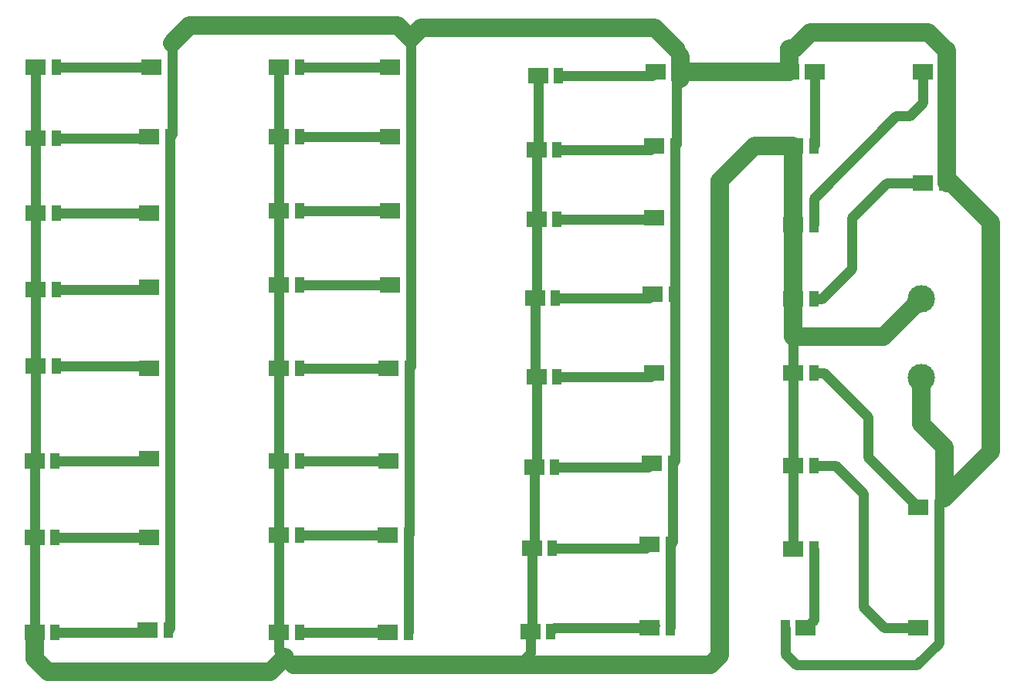
<source format=gbr>
%TF.GenerationSoftware,KiCad,Pcbnew,(6.0.4)*%
%TF.CreationDate,2022-04-24T11:24:29+05:30*%
%TF.ProjectId,_autosave-led_20w,5f617574-6f73-4617-9665-2d6c65645f32,rev?*%
%TF.SameCoordinates,Original*%
%TF.FileFunction,Copper,L1,Top*%
%TF.FilePolarity,Positive*%
%FSLAX46Y46*%
G04 Gerber Fmt 4.6, Leading zero omitted, Abs format (unit mm)*
G04 Created by KiCad (PCBNEW (6.0.4)) date 2022-04-24 11:24:29*
%MOMM*%
%LPD*%
G01*
G04 APERTURE LIST*
%TA.AperFunction,SMDPad,CuDef*%
%ADD10R,1.100000X1.800000*%
%TD*%
%TA.AperFunction,SMDPad,CuDef*%
%ADD11R,2.200000X1.800000*%
%TD*%
%TA.AperFunction,SMDPad,CuDef*%
%ADD12C,3.000000*%
%TD*%
%TA.AperFunction,Conductor*%
%ADD13C,1.063070*%
%TD*%
%TA.AperFunction,Conductor*%
%ADD14C,2.032860*%
%TD*%
G04 APERTURE END LIST*
D10*
%TO.P,LED30,2*%
%TO.N,Net-(LED29-Pad1)*%
X42277000Y-148844000D03*
D11*
%TO.P,LED30,1*%
%TO.N,GND*%
X40037000Y-148844000D03*
%TD*%
D10*
%TO.P,LED40,2*%
%TO.N,Net-(LED39-Pad1)*%
X69074000Y-119888000D03*
D11*
%TO.P,LED40,1*%
%TO.N,GND*%
X66834000Y-119888000D03*
%TD*%
%TO.P,LED43,1*%
%TO.N,Net-(LED43-Pad1)*%
X52864000Y-86868000D03*
D10*
%TO.P,LED43,2*%
%TO.N,+24V*%
X55104000Y-86868000D03*
%TD*%
D11*
%TO.P,LED23,1*%
%TO.N,GND*%
X40164000Y-119634000D03*
D10*
%TO.P,LED23,2*%
%TO.N,Net-(LED22-Pad1)*%
X42404000Y-119634000D03*
%TD*%
D11*
%TO.P,LED46,1*%
%TO.N,Net-(LED46-Pad1)*%
X137446000Y-99568000D03*
D10*
%TO.P,LED46,2*%
%TO.N,+24V*%
X139686000Y-99568000D03*
%TD*%
D11*
%TO.P,LED24,1*%
%TO.N,Net-(LED24-Pad1)*%
X136938000Y-148336000D03*
D10*
%TO.P,LED24,2*%
%TO.N,+24V*%
X139178000Y-148336000D03*
%TD*%
D11*
%TO.P,LED27,1*%
%TO.N,Net-(LED27-Pad1)*%
X107474000Y-148336000D03*
D10*
%TO.P,LED27,2*%
%TO.N,+24V*%
X109714000Y-148336000D03*
%TD*%
%TO.P,LED2,2*%
%TO.N,Net-(LED1-Pad1)*%
X69074000Y-94488000D03*
D11*
%TO.P,LED2,1*%
%TO.N,GND*%
X66834000Y-94488000D03*
%TD*%
D10*
%TO.P,LED17,2*%
%TO.N,+24V*%
X81012000Y-138176000D03*
D11*
%TO.P,LED17,1*%
%TO.N,Net-(LED17-Pad1)*%
X78772000Y-138176000D03*
%TD*%
%TO.P,LED29,1*%
%TO.N,Net-(LED29-Pad1)*%
X52439000Y-148590000D03*
D10*
%TO.P,LED29,2*%
%TO.N,+24V*%
X54679000Y-148590000D03*
%TD*%
D11*
%TO.P,LED48,1*%
%TO.N,GND*%
X123222000Y-112268000D03*
D10*
%TO.P,LED48,2*%
%TO.N,Net-(LED46-Pad1)*%
X125462000Y-112268000D03*
%TD*%
D11*
%TO.P,LED9,1*%
%TO.N,GND*%
X123222000Y-139700000D03*
D10*
%TO.P,LED9,2*%
%TO.N,Net-(LED8-Pad1)*%
X125462000Y-139700000D03*
%TD*%
%TO.P,LED14,2*%
%TO.N,Net-(LED13-Pad1)*%
X97305000Y-95883000D03*
D11*
%TO.P,LED14,1*%
%TO.N,GND*%
X95065000Y-95883000D03*
%TD*%
D12*
%TO.P,GND,1,1*%
%TO.N,GND*%
X137275000Y-112268000D03*
%TD*%
D10*
%TO.P,LED47,2*%
%TO.N,Net-(LED45-Pad1)*%
X97051000Y-130681000D03*
D11*
%TO.P,LED47,1*%
%TO.N,GND*%
X94811000Y-130681000D03*
%TD*%
D12*
%TO.P,+VE,1,1*%
%TO.N,+24V*%
X137275000Y-120904000D03*
%TD*%
D10*
%TO.P,LED55,2*%
%TO.N,+24V*%
X54850000Y-110998000D03*
D11*
%TO.P,LED55,1*%
%TO.N,Net-(LED55-Pad1)*%
X52610000Y-110998000D03*
%TD*%
%TO.P,LED42,1*%
%TO.N,GND*%
X123222000Y-120396000D03*
D10*
%TO.P,LED42,2*%
%TO.N,Net-(LED41-Pad1)*%
X125462000Y-120396000D03*
%TD*%
D11*
%TO.P,LED12,1*%
%TO.N,GND*%
X123222000Y-104140000D03*
D10*
%TO.P,LED12,2*%
%TO.N,Net-(LED11-Pad1)*%
X125462000Y-104140000D03*
%TD*%
%TO.P,LED57,2*%
%TO.N,+24V*%
X81266000Y-110744000D03*
D11*
%TO.P,LED57,1*%
%TO.N,Net-(LED57-Pad1)*%
X79026000Y-110744000D03*
%TD*%
%TO.P,LED5,1*%
%TO.N,Net-(LED5-Pad1)*%
X52610000Y-138430000D03*
D10*
%TO.P,LED5,2*%
%TO.N,+24V*%
X54850000Y-138430000D03*
%TD*%
%TO.P,LED7,2*%
%TO.N,+24V*%
X110393000Y-87376000D03*
D11*
%TO.P,LED7,1*%
%TO.N,Net-(LED10-Pad2)*%
X108153000Y-87376000D03*
%TD*%
D10*
%TO.P,LED37,2*%
%TO.N,Net-(LED36-Pad1)*%
X69074000Y-86868000D03*
D11*
%TO.P,LED37,1*%
%TO.N,GND*%
X66834000Y-86868000D03*
%TD*%
%TO.P,LED19,1*%
%TO.N,GND*%
X66834000Y-138176000D03*
D10*
%TO.P,LED19,2*%
%TO.N,Net-(LED17-Pad1)*%
X69074000Y-138176000D03*
%TD*%
D11*
%TO.P,LED53,1*%
%TO.N,Net-(LED53-Pad1)*%
X52610000Y-129794000D03*
D10*
%TO.P,LED53,2*%
%TO.N,+24V*%
X54850000Y-129794000D03*
%TD*%
D11*
%TO.P,LED22,1*%
%TO.N,Net-(LED22-Pad1)*%
X52610000Y-119888000D03*
D10*
%TO.P,LED22,2*%
%TO.N,+24V*%
X54850000Y-119888000D03*
%TD*%
D11*
%TO.P,LED41,1*%
%TO.N,Net-(LED41-Pad1)*%
X136938000Y-135128000D03*
D10*
%TO.P,LED41,2*%
%TO.N,+24V*%
X139178000Y-135128000D03*
%TD*%
D11*
%TO.P,LED44,1*%
%TO.N,GND*%
X40164000Y-86868000D03*
D10*
%TO.P,LED44,2*%
%TO.N,Net-(LED43-Pad1)*%
X42404000Y-86868000D03*
%TD*%
%TO.P,LED10,2*%
%TO.N,Net-(LED10-Pad2)*%
X97476000Y-87755000D03*
D11*
%TO.P,LED10,1*%
%TO.N,GND*%
X95236000Y-87755000D03*
%TD*%
D10*
%TO.P,LED45,2*%
%TO.N,+24V*%
X109968000Y-130302000D03*
D11*
%TO.P,LED45,1*%
%TO.N,Net-(LED45-Pad1)*%
X107728000Y-130302000D03*
%TD*%
D10*
%TO.P,LED56,2*%
%TO.N,Net-(LED55-Pad1)*%
X42404000Y-111252000D03*
D11*
%TO.P,LED56,1*%
%TO.N,GND*%
X40164000Y-111252000D03*
%TD*%
D10*
%TO.P,LED34,2*%
%TO.N,Net-(LED33-Pad1)*%
X69074000Y-148844000D03*
D11*
%TO.P,LED34,1*%
%TO.N,GND*%
X66834000Y-148844000D03*
%TD*%
D10*
%TO.P,LED51,2*%
%TO.N,Net-(LED49-Pad1)*%
X69074000Y-102616000D03*
D11*
%TO.P,LED51,1*%
%TO.N,GND*%
X66834000Y-102616000D03*
%TD*%
%TO.P,LED21,1*%
%TO.N,Net-(LED21-Pad1)*%
X52610000Y-102870000D03*
D10*
%TO.P,LED21,2*%
%TO.N,+24V*%
X54850000Y-102870000D03*
%TD*%
D11*
%TO.P,LED11,1*%
%TO.N,Net-(LED11-Pad1)*%
X137446000Y-87376000D03*
D10*
%TO.P,LED11,2*%
%TO.N,+24V*%
X139686000Y-87376000D03*
%TD*%
D11*
%TO.P,LED26,1*%
%TO.N,GND*%
X123222000Y-130556000D03*
D10*
%TO.P,LED26,2*%
%TO.N,Net-(LED24-Pad1)*%
X125462000Y-130556000D03*
%TD*%
D11*
%TO.P,LED28,1*%
%TO.N,GND*%
X94386000Y-148715000D03*
D10*
%TO.P,LED28,2*%
%TO.N,Net-(LED27-Pad1)*%
X96626000Y-148715000D03*
%TD*%
D11*
%TO.P,LED8,1*%
%TO.N,Net-(LED8-Pad1)*%
X124575000Y-148336000D03*
D10*
%TO.P,LED8,2*%
%TO.N,+24V*%
X122335000Y-148336000D03*
%TD*%
%TO.P,LED58,2*%
%TO.N,Net-(LED57-Pad1)*%
X69074000Y-110744000D03*
D11*
%TO.P,LED58,1*%
%TO.N,GND*%
X66834000Y-110744000D03*
%TD*%
%TO.P,LED59,1*%
%TO.N,Net-(LED59-Pad1)*%
X107474000Y-139192000D03*
D10*
%TO.P,LED59,2*%
%TO.N,+24V*%
X109714000Y-139192000D03*
%TD*%
%TO.P,LED20,2*%
%TO.N,Net-(LED18-Pad1)*%
X97305000Y-120775000D03*
D11*
%TO.P,LED20,1*%
%TO.N,GND*%
X95065000Y-120775000D03*
%TD*%
%TO.P,LED3,1*%
%TO.N,Net-(LED3-Pad1)*%
X78855000Y-130048000D03*
D10*
%TO.P,LED3,2*%
%TO.N,+24V*%
X81095000Y-130048000D03*
%TD*%
D11*
%TO.P,LED39,1*%
%TO.N,Net-(LED39-Pad1)*%
X78855000Y-119888000D03*
D10*
%TO.P,LED39,2*%
%TO.N,+24V*%
X81095000Y-119888000D03*
%TD*%
D11*
%TO.P,LED54,1*%
%TO.N,GND*%
X40037000Y-130048000D03*
D10*
%TO.P,LED54,2*%
%TO.N,Net-(LED53-Pad1)*%
X42277000Y-130048000D03*
%TD*%
%TO.P,LED33,2*%
%TO.N,+24V*%
X81012000Y-148844000D03*
D11*
%TO.P,LED33,1*%
%TO.N,Net-(LED33-Pad1)*%
X78772000Y-148844000D03*
%TD*%
%TO.P,LED52,1*%
%TO.N,GND*%
X123222000Y-95504000D03*
D10*
%TO.P,LED52,2*%
%TO.N,Net-(LED50-Pad1)*%
X125462000Y-95504000D03*
%TD*%
%TO.P,LED32,2*%
%TO.N,Net-(LED31-Pad1)*%
X97305000Y-103503000D03*
D11*
%TO.P,LED32,1*%
%TO.N,GND*%
X95065000Y-103503000D03*
%TD*%
%TO.P,LED38,1*%
%TO.N,GND*%
X94894000Y-112139000D03*
D10*
%TO.P,LED38,2*%
%TO.N,Net-(LED35-Pad1)*%
X97134000Y-112139000D03*
%TD*%
%TO.P,LED49,2*%
%TO.N,+24V*%
X81266000Y-102616000D03*
D11*
%TO.P,LED49,1*%
%TO.N,Net-(LED49-Pad1)*%
X79026000Y-102616000D03*
%TD*%
%TO.P,LED60,1*%
%TO.N,GND*%
X94557000Y-139571000D03*
D10*
%TO.P,LED60,2*%
%TO.N,Net-(LED59-Pad1)*%
X96797000Y-139571000D03*
%TD*%
%TO.P,LED1,2*%
%TO.N,+24V*%
X81266000Y-94488000D03*
D11*
%TO.P,LED1,1*%
%TO.N,Net-(LED1-Pad1)*%
X79026000Y-94488000D03*
%TD*%
D10*
%TO.P,LED6,2*%
%TO.N,Net-(LED5-Pad1)*%
X42277000Y-138430000D03*
D11*
%TO.P,LED6,1*%
%TO.N,GND*%
X40037000Y-138430000D03*
%TD*%
%TO.P,LED15,1*%
%TO.N,Net-(LED15-Pad1)*%
X52610000Y-94488000D03*
D10*
%TO.P,LED15,2*%
%TO.N,+24V*%
X54850000Y-94488000D03*
%TD*%
%TO.P,LED18,2*%
%TO.N,+24V*%
X110222000Y-120396000D03*
D11*
%TO.P,LED18,1*%
%TO.N,Net-(LED18-Pad1)*%
X107982000Y-120396000D03*
%TD*%
%TO.P,LED25,1*%
%TO.N,GND*%
X40164000Y-102870000D03*
D10*
%TO.P,LED25,2*%
%TO.N,Net-(LED21-Pad1)*%
X42404000Y-102870000D03*
%TD*%
D11*
%TO.P,LED36,1*%
%TO.N,Net-(LED36-Pad1)*%
X79026000Y-86868000D03*
D10*
%TO.P,LED36,2*%
%TO.N,+24V*%
X81266000Y-86868000D03*
%TD*%
%TO.P,LED31,2*%
%TO.N,+24V*%
X110222000Y-103378000D03*
D11*
%TO.P,LED31,1*%
%TO.N,Net-(LED31-Pad1)*%
X107982000Y-103378000D03*
%TD*%
D10*
%TO.P,LED35,2*%
%TO.N,+24V*%
X110051000Y-111760000D03*
D11*
%TO.P,LED35,1*%
%TO.N,Net-(LED35-Pad1)*%
X107811000Y-111760000D03*
%TD*%
D10*
%TO.P,LED4,2*%
%TO.N,Net-(LED3-Pad1)*%
X69074000Y-130048000D03*
D11*
%TO.P,LED4,1*%
%TO.N,GND*%
X66834000Y-130048000D03*
%TD*%
D10*
%TO.P,LED13,2*%
%TO.N,+24V*%
X110222000Y-95504000D03*
D11*
%TO.P,LED13,1*%
%TO.N,Net-(LED13-Pad1)*%
X107982000Y-95504000D03*
%TD*%
D10*
%TO.P,LED16,2*%
%TO.N,Net-(LED15-Pad1)*%
X42404000Y-94615000D03*
D11*
%TO.P,LED16,1*%
%TO.N,GND*%
X40164000Y-94615000D03*
%TD*%
%TO.P,LED50,1*%
%TO.N,Net-(LED50-Pad1)*%
X125591000Y-87376000D03*
D10*
%TO.P,LED50,2*%
%TO.N,+24V*%
X123351000Y-87376000D03*
%TD*%
D13*
%TO.N,+24V*%
X122289000Y-87376000D02*
X122797000Y-87376000D01*
D14*
X122289000Y-87376000D02*
X115431000Y-87376000D01*
X110880000Y-87376000D02*
X115918000Y-87376000D01*
D13*
%TO.N,GND*%
X123222000Y-116415000D02*
X123222000Y-120396000D01*
D14*
X123222000Y-112268000D02*
X123222000Y-116415000D01*
X123222000Y-116415000D02*
X133128000Y-116415000D01*
X133128000Y-116415000D02*
X137275000Y-112268000D01*
%TO.N,+24V*%
X81266000Y-83691000D02*
X82407000Y-82550000D01*
X82407000Y-82550000D02*
X108065000Y-82550000D01*
X110859000Y-85619000D02*
X110859000Y-88117000D01*
X108065000Y-82550000D02*
X110393000Y-84878000D01*
X144895000Y-103886000D02*
X140323000Y-99314000D01*
X144895000Y-104140000D02*
X144895000Y-103886000D01*
X139815000Y-134112000D02*
X144895000Y-129032000D01*
X144895000Y-129032000D02*
X144895000Y-104140000D01*
%TO.N,GND*%
X123222000Y-95504000D02*
X118987000Y-95504000D01*
X118987000Y-95504000D02*
X115177000Y-99314000D01*
X114161000Y-152400000D02*
X93079000Y-152400000D01*
X115177000Y-99314000D02*
X115177000Y-151384000D01*
X115177000Y-151384000D02*
X114161000Y-152400000D01*
D13*
%TO.N,+24V*%
X55104000Y-86868000D02*
X55104000Y-84203000D01*
D14*
X55104000Y-84203000D02*
X57011000Y-82296000D01*
X57011000Y-82296000D02*
X79871000Y-82296000D01*
X79871000Y-82296000D02*
X81266000Y-83691000D01*
D13*
X81266000Y-83691000D02*
X81266000Y-86868000D01*
D14*
%TO.N,GND*%
X40037000Y-151682000D02*
X41517000Y-153162000D01*
D13*
X67544965Y-151518035D02*
X68426930Y-152400000D01*
D14*
X40037000Y-148844000D02*
X40037000Y-151682000D01*
D13*
X66834000Y-150807070D02*
X67544965Y-151518035D01*
D14*
X41517000Y-153162000D02*
X65901000Y-153162000D01*
X65901000Y-153162000D02*
X67544965Y-151518035D01*
D13*
%TO.N,Net-(LED59-Pad1)*%
X96797000Y-139571000D02*
X107095000Y-139571000D01*
X107095000Y-139571000D02*
X107474000Y-139192000D01*
%TO.N,Net-(LED45-Pad1)*%
X97051000Y-130681000D02*
X107349000Y-130681000D01*
X107349000Y-130681000D02*
X107728000Y-130302000D01*
%TO.N,Net-(LED18-Pad1)*%
X97305000Y-120775000D02*
X107603000Y-120775000D01*
X107603000Y-120775000D02*
X107982000Y-120396000D01*
%TO.N,Net-(LED35-Pad1)*%
X97134000Y-112139000D02*
X107432000Y-112139000D01*
X107432000Y-112139000D02*
X107811000Y-111760000D01*
%TO.N,Net-(LED31-Pad1)*%
X97305000Y-103503000D02*
X107857000Y-103503000D01*
X107857000Y-103503000D02*
X107982000Y-103378000D01*
%TO.N,Net-(LED13-Pad1)*%
X97305000Y-95883000D02*
X107603000Y-95883000D01*
X107603000Y-95883000D02*
X107982000Y-95504000D01*
%TO.N,Net-(LED10-Pad2)*%
X97476000Y-87755000D02*
X107774000Y-87755000D01*
X107774000Y-87755000D02*
X108153000Y-87376000D01*
%TO.N,Net-(LED33-Pad1)*%
X69074000Y-148844000D02*
X78772000Y-148844000D01*
%TO.N,Net-(LED17-Pad1)*%
X69074000Y-138176000D02*
X78772000Y-138176000D01*
%TO.N,Net-(LED3-Pad1)*%
X78855000Y-130048000D02*
X69074000Y-130048000D01*
%TO.N,Net-(LED39-Pad1)*%
X69074000Y-119888000D02*
X78855000Y-119888000D01*
%TO.N,Net-(LED57-Pad1)*%
X69074000Y-110744000D02*
X79026000Y-110744000D01*
%TO.N,Net-(LED49-Pad1)*%
X69074000Y-102616000D02*
X79026000Y-102616000D01*
%TO.N,Net-(LED1-Pad1)*%
X79026000Y-94488000D02*
X69074000Y-94488000D01*
%TO.N,Net-(LED36-Pad1)*%
X69074000Y-86868000D02*
X79026000Y-86868000D01*
%TO.N,Net-(LED27-Pad1)*%
X107474000Y-148336000D02*
X97005000Y-148336000D01*
X97005000Y-148336000D02*
X96626000Y-148715000D01*
D14*
%TO.N,GND*%
X68426930Y-152400000D02*
X93079000Y-152400000D01*
D13*
X93079000Y-152400000D02*
X94386000Y-151093000D01*
X66834000Y-148844000D02*
X66834000Y-150807070D01*
X94386000Y-151093000D02*
X94386000Y-148715000D01*
%TO.N,Net-(LED11-Pad1)*%
X125462000Y-104140000D02*
X125462000Y-101221000D01*
X125462000Y-101221000D02*
X134481000Y-92202000D01*
X134481000Y-92202000D02*
X136005000Y-92202000D01*
X136005000Y-92202000D02*
X137446000Y-90761000D01*
X137446000Y-90761000D02*
X137446000Y-87376000D01*
D14*
%TO.N,+24V*%
X125083000Y-83058000D02*
X138037000Y-83058000D01*
X138037000Y-83058000D02*
X139815000Y-84836000D01*
X122797000Y-87376000D02*
X122797000Y-84790000D01*
X123351000Y-84790000D02*
X125083000Y-83058000D01*
D13*
X139815000Y-84836000D02*
X139686000Y-84965000D01*
D14*
X140069000Y-84965000D02*
X140069000Y-87376000D01*
X140069000Y-87376000D02*
X140069000Y-99568000D01*
D13*
%TO.N,Net-(LED46-Pad1)*%
X137446000Y-99568000D02*
X133465000Y-99568000D01*
X133465000Y-99568000D02*
X129655000Y-103378000D01*
X129655000Y-108966000D02*
X126353000Y-112268000D01*
X129655000Y-103378000D02*
X129655000Y-108966000D01*
X126353000Y-112268000D02*
X125462000Y-112268000D01*
%TO.N,Net-(LED41-Pad1)*%
X125462000Y-120396000D02*
X126607000Y-120396000D01*
X126607000Y-120396000D02*
X131433000Y-125222000D01*
X131433000Y-125222000D02*
X131433000Y-129623000D01*
X131433000Y-129623000D02*
X136938000Y-135128000D01*
%TO.N,+24V*%
X122335000Y-148336000D02*
X122335000Y-151176000D01*
X122335000Y-151176000D02*
X123559000Y-152400000D01*
X123559000Y-152400000D02*
X136767000Y-152400000D01*
X136767000Y-152400000D02*
X139178000Y-149989000D01*
X139178000Y-149989000D02*
X139178000Y-148336000D01*
D14*
X139307000Y-128016000D02*
X139815000Y-128524000D01*
X137275000Y-120904000D02*
X137275000Y-125984000D01*
X139815000Y-128524000D02*
X139815000Y-134112000D01*
X137275000Y-125984000D02*
X139307000Y-128016000D01*
D13*
X139178000Y-135128000D02*
X139178000Y-148336000D01*
%TO.N,Net-(LED24-Pad1)*%
X125462000Y-130556000D02*
X127877000Y-130556000D01*
X127877000Y-130556000D02*
X130925000Y-133604000D01*
X130925000Y-133604000D02*
X130925000Y-146050000D01*
X130925000Y-146050000D02*
X133211000Y-148336000D01*
X133211000Y-148336000D02*
X136938000Y-148336000D01*
%TO.N,Net-(LED8-Pad1)*%
X125462000Y-139700000D02*
X125462000Y-147449000D01*
X125462000Y-147449000D02*
X124575000Y-148336000D01*
%TO.N,GND*%
X123222000Y-130556000D02*
X123222000Y-139700000D01*
X123222000Y-120396000D02*
X123222000Y-130556000D01*
D14*
X123222000Y-104140000D02*
X123222000Y-112268000D01*
X123222000Y-95504000D02*
X123222000Y-104140000D01*
D13*
%TO.N,Net-(LED50-Pad1)*%
X125591000Y-87376000D02*
X125591000Y-95375000D01*
X125591000Y-95375000D02*
X125462000Y-95504000D01*
%TO.N,+24V*%
X109714000Y-139192000D02*
X109714000Y-148336000D01*
X109968000Y-130302000D02*
X109968000Y-138938000D01*
X109968000Y-138938000D02*
X109714000Y-139192000D01*
X110222000Y-120396000D02*
X110222000Y-130048000D01*
X110222000Y-130048000D02*
X109968000Y-130302000D01*
X110222000Y-111589000D02*
X110222000Y-120396000D01*
X110222000Y-103378000D02*
X110222000Y-111589000D01*
X110222000Y-111589000D02*
X110051000Y-111760000D01*
X110222000Y-95504000D02*
X110222000Y-103378000D01*
X110393000Y-87376000D02*
X110393000Y-95333000D01*
X110393000Y-95333000D02*
X110222000Y-95504000D01*
%TO.N,GND*%
X94557000Y-139571000D02*
X94557000Y-148544000D01*
X94557000Y-148544000D02*
X94386000Y-148715000D01*
X94811000Y-130681000D02*
X94811000Y-139317000D01*
X94811000Y-139317000D02*
X94557000Y-139571000D01*
X95065000Y-120775000D02*
X95065000Y-130427000D01*
X95065000Y-130427000D02*
X94811000Y-130681000D01*
X94894000Y-112139000D02*
X94894000Y-120604000D01*
X94894000Y-120604000D02*
X95065000Y-120775000D01*
X95065000Y-103503000D02*
X95065000Y-111968000D01*
X95065000Y-111968000D02*
X94894000Y-112139000D01*
X95065000Y-95883000D02*
X95065000Y-103503000D01*
X95236000Y-87755000D02*
X95236000Y-95712000D01*
X95236000Y-95712000D02*
X95065000Y-95883000D01*
%TO.N,+24V*%
X81012000Y-138176000D02*
X81012000Y-148844000D01*
X81095000Y-130048000D02*
X81095000Y-138093000D01*
X81095000Y-138093000D02*
X81012000Y-138176000D01*
X81095000Y-119888000D02*
X81095000Y-130048000D01*
X81266000Y-110744000D02*
X81266000Y-119717000D01*
X81266000Y-119717000D02*
X81095000Y-119888000D01*
X81266000Y-102616000D02*
X81266000Y-110744000D01*
X81266000Y-94488000D02*
X81266000Y-102616000D01*
X81266000Y-86868000D02*
X81266000Y-94488000D01*
%TO.N,GND*%
X66834000Y-138176000D02*
X66834000Y-148844000D01*
X66834000Y-130048000D02*
X66834000Y-138176000D01*
X66834000Y-119888000D02*
X66834000Y-130048000D01*
X66834000Y-110744000D02*
X66834000Y-119888000D01*
X66834000Y-102616000D02*
X66834000Y-110744000D01*
X66834000Y-94488000D02*
X66834000Y-102616000D01*
X66834000Y-86868000D02*
X66834000Y-94488000D01*
%TO.N,+24V*%
X54850000Y-138430000D02*
X54850000Y-148419000D01*
X54850000Y-148419000D02*
X54679000Y-148590000D01*
X54850000Y-129794000D02*
X54850000Y-138430000D01*
X54850000Y-119888000D02*
X54850000Y-129794000D01*
X54850000Y-110998000D02*
X54850000Y-119888000D01*
X54850000Y-102870000D02*
X54850000Y-110998000D01*
X54850000Y-94488000D02*
X54850000Y-102870000D01*
X55104000Y-86868000D02*
X55104000Y-94234000D01*
X55104000Y-94234000D02*
X54850000Y-94488000D01*
%TO.N,Net-(LED29-Pad1)*%
X42277000Y-148844000D02*
X52185000Y-148844000D01*
X52185000Y-148844000D02*
X52439000Y-148590000D01*
%TO.N,Net-(LED5-Pad1)*%
X42277000Y-138430000D02*
X52610000Y-138430000D01*
%TO.N,Net-(LED53-Pad1)*%
X42277000Y-130048000D02*
X52356000Y-130048000D01*
X52356000Y-130048000D02*
X52610000Y-129794000D01*
%TO.N,Net-(LED22-Pad1)*%
X42404000Y-119634000D02*
X52356000Y-119634000D01*
X52356000Y-119634000D02*
X52610000Y-119888000D01*
%TO.N,Net-(LED55-Pad1)*%
X42404000Y-111252000D02*
X52356000Y-111252000D01*
X52356000Y-111252000D02*
X52610000Y-110998000D01*
%TO.N,Net-(LED21-Pad1)*%
X42404000Y-102870000D02*
X52610000Y-102870000D01*
%TO.N,Net-(LED15-Pad1)*%
X42404000Y-94615000D02*
X52483000Y-94615000D01*
X52483000Y-94615000D02*
X52610000Y-94488000D01*
%TO.N,Net-(LED43-Pad1)*%
X42404000Y-86868000D02*
X52864000Y-86868000D01*
%TO.N,GND*%
X40037000Y-138430000D02*
X40037000Y-148844000D01*
X40037000Y-130048000D02*
X40037000Y-138430000D01*
X40164000Y-119634000D02*
X40164000Y-129921000D01*
X40164000Y-129921000D02*
X40037000Y-130048000D01*
X40164000Y-111252000D02*
X40164000Y-119634000D01*
X40164000Y-102870000D02*
X40164000Y-111252000D01*
X40164000Y-94615000D02*
X40164000Y-102870000D01*
X40164000Y-86868000D02*
X40164000Y-94615000D01*
%TO.N,Net-(LED27-Pad1)*%
X107982000Y-147999000D02*
X108065000Y-148082000D01*
%TD*%
M02*

</source>
